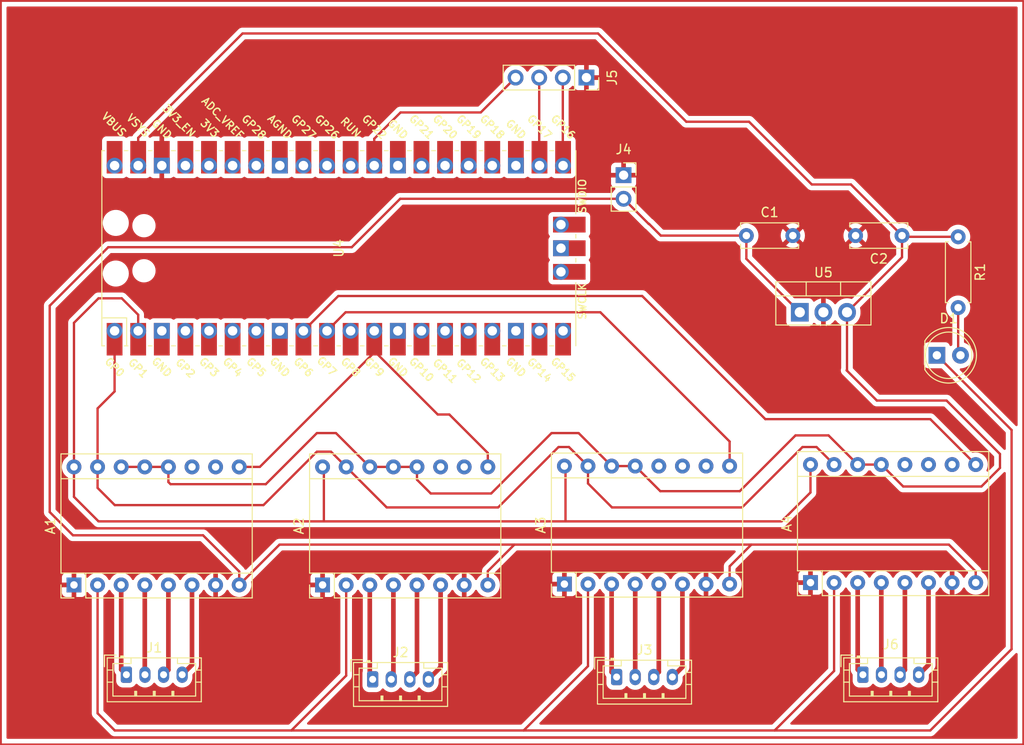
<source format=kicad_pcb>
(kicad_pcb (version 20240108) (generator "pcbnew") (generator_version "8.0")
  (layers (0 "F.Cu" signal) (31 "B.Cu" signal) (34 "B.Paste" user) (35 "F.Paste" user) (36 "B.SilkS" user "B.Silkscreen") (37 "F.SilkS" user "F.Silkscreen") (38 "B.Mask" user) (39 "F.Mask" user) (44 "Edge.Cuts" user))
  (net 0 "")
  (net 1 "GND")
  (net 2 "FLT")
  (net 3 "Net-(A1-A2)")
  (net 4 "Net-(A1-A1)")
  (net 5 "Net-(A1-B1)")
  (net 6 "Net-(A1-B2)")
  (net 7 "+12V")
  (net 8 "MOT_EN_X")
  (net 11 "+5V")
  (net 12 "MOT_ST")
  (net 13 "MOT_DIR")
  (net 14 "Net-(A2-A2)")
  (net 15 "Net-(A2-A1)")
  (net 16 "Net-(A2-B1)")
  (net 17 "Net-(A2-B2)")
  (net 20 "Net-(A3-A2)")
  (net 21 "Net-(A3-A1)")
  (net 22 "Net-(A3-B1)")
  (net 23 "Net-(A3-B2)")
  (net 24 "MOT_EN_Y")
  (net 28 "Net-(A4-A2)")
  (net 29 "Net-(A4-A1)")
  (net 30 "Net-(A4-B1)")
  (net 31 "Net-(A4-B2)")
  (net 32 "MOT_EN_Z")
  (net 36 "Net-(D1-A)")
  (net 37 "F_X")
  (net 38 "F_Y")
  (net 39 "F_Z")
  (net 41 "LCD_D7")
  (net 42 "LCD_D6")
  (net 43 "LCD_D5")
  (net 44 "LCD_D4")
  (net 46 "SD_MISO")
  (net 48 "SD_CLK")
  (net 49 "LCD_E")
  (net 50 "LCD_RS")
  (net 51 "SD_CS")
  (net 54 "SD_MOSI")
  (net 63 "Button")
  (net 67 "+3.3V")
  (footprint "Capacitor_THT:C_Disc_D6.0mm_W2.5mm_P5.00mm" (layer "F.Cu") (at 202.96 90)
    (property "Reference" "C1" (at 2.5 -2.5 0) (layer "F.SilkS"))
    (property "Value" "0.33u")
    (pad "1" thru_hole circle (at 0 0) (size 1.6 1.6) (drill 0.8) (layers "*.Cu" "*.Mask") (net 7 "+12V"))
    (pad "2" thru_hole circle (at 5 0) (size 1.6 1.6) (drill 0.8) (layers "*.Cu" "*.Mask") (net 1 "GND"))
  )
  (footprint "Connector_PinSocket_2.54mm:PinSocket_1x02_P2.54mm_Vertical" (layer "F.Cu") (at 189.75 83.5)
    (property "Reference" "J4" (at 0 -2.77 0) (layer "F.SilkS"))
    (property "Value" "Power")
    (pad "1" thru_hole rect (at 0 0) (size 1.7 1.7) (drill 1) (layers "*.Cu" "*.Mask") (net 1 "GND"))
    (pad "2" thru_hole oval (at 0 2.54) (size 1.7 1.7) (drill 1) (layers "*.Cu" "*.Mask") (net 7 "+12V"))
  )
  (footprint "Module:Pololu_Breakout-16_15.2x20.3mm" (layer "F.Cu") (at 183.38 127.5 90)
    (property "Reference" "A3" (at 6.35 -2.54 90) (layer "F.SilkS"))
    (property "Value" "Pololu_Breakout_DRV8825")
    (pad "1" thru_hole rect (at 0 0 90) (size 1.6 1.6) (drill 0.8) (layers "*.Cu" "*.Mask") (net 1 "GND"))
    (pad "2" thru_hole oval (at 0 2.54 90) (size 1.6 1.6) (drill 0.8) (layers "*.Cu" "*.Mask") (net 2 "FLT"))
    (pad "3" thru_hole oval (at 0 5.08 90) (size 1.6 1.6) (drill 0.8) (layers "*.Cu" "*.Mask") (net 20 "Net-(A3-A2)"))
    (pad "4" thru_hole oval (at 0 7.62 90) (size 1.6 1.6) (drill 0.8) (layers "*.Cu" "*.Mask") (net 21 "Net-(A3-A1)"))
    (pad "5" thru_hole oval (at 0 10.16 90) (size 1.6 1.6) (drill 0.8) (layers "*.Cu" "*.Mask") (net 22 "Net-(A3-B1)"))
    (pad "6" thru_hole oval (at 0 12.7 90) (size 1.6 1.6) (drill 0.8) (layers "*.Cu" "*.Mask") (net 23 "Net-(A3-B2)"))
    (pad "7" thru_hole oval (at 0 15.24 90) (size 1.6 1.6) (drill 0.8) (layers "*.Cu" "*.Mask") (net 1 "GND"))
    (pad "8" thru_hole oval (at 0 17.78 90) (size 1.6 1.6) (drill 0.8) (layers "*.Cu" "*.Mask") (net 7 "+12V"))
    (pad "9" thru_hole oval (at 12.7 17.78 90) (size 1.6 1.6) (drill 0.8) (layers "*.Cu" "*.Mask") (net 24 "MOT_EN_Y"))
    (pad "10" thru_hole oval (at 12.7 15.24 90) (size 1.6 1.6) (drill 0.8) (layers "*.Cu" "*.Mask"))
    (pad "11" thru_hole oval (at 12.7 12.7 90) (size 1.6 1.6) (drill 0.8) (layers "*.Cu" "*.Mask"))
    (pad "12" thru_hole oval (at 12.7 10.16 90) (size 1.6 1.6) (drill 0.8) (layers "*.Cu" "*.Mask"))
    (pad "13" thru_hole oval (at 12.7 7.62 90) (size 1.6 1.6) (drill 0.8) (layers "*.Cu" "*.Mask") (net 11 "+5V"))
    (pad "14" thru_hole oval (at 12.7 5.08 90) (size 1.6 1.6) (drill 0.8) (layers "*.Cu" "*.Mask") (net 11 "+5V"))
    (pad "15" thru_hole oval (at 12.7 2.54 90) (size 1.6 1.6) (drill 0.8) (layers "*.Cu" "*.Mask") (net 12 "MOT_ST"))
    (pad "16" thru_hole oval (at 12.7 0 90) (size 1.6 1.6) (drill 0.8) (layers "*.Cu" "*.Mask") (net 13 "MOT_DIR"))
  )
  (footprint "Module:Pololu_Breakout-16_15.2x20.3mm" (layer "F.Cu") (at 209.86 127.34 90)
    (property "Reference" "A4" (at 6.35 -2.54 90) (layer "F.SilkS"))
    (property "Value" "Pololu_Breakout_DRV8825")
    (pad "1" thru_hole rect (at 0 0 90) (size 1.6 1.6) (drill 0.8) (layers "*.Cu" "*.Mask") (net 1 "GND"))
    (pad "2" thru_hole oval (at 0 2.54 90) (size 1.6 1.6) (drill 0.8) (layers "*.Cu" "*.Mask") (net 2 "FLT"))
    (pad "3" thru_hole oval (at 0 5.08 90) (size 1.6 1.6) (drill 0.8) (layers "*.Cu" "*.Mask") (net 28 "Net-(A4-A2)"))
    (pad "4" thru_hole oval (at 0 7.62 90) (size 1.6 1.6) (drill 0.8) (layers "*.Cu" "*.Mask") (net 29 "Net-(A4-A1)"))
    (pad "5" thru_hole oval (at 0 10.16 90) (size 1.6 1.6) (drill 0.8) (layers "*.Cu" "*.Mask") (net 30 "Net-(A4-B1)"))
    (pad "6" thru_hole oval (at 0 12.7 90) (size 1.6 1.6) (drill 0.8) (layers "*.Cu" "*.Mask") (net 31 "Net-(A4-B2)"))
    (pad "7" thru_hole oval (at 0 15.24 90) (size 1.6 1.6) (drill 0.8) (layers "*.Cu" "*.Mask") (net 1 "GND"))
    (pad "8" thru_hole oval (at 0 17.78 90) (size 1.6 1.6) (drill 0.8) (layers "*.Cu" "*.Mask") (net 7 "+12V"))
    (pad "9" thru_hole oval (at 12.7 17.78 90) (size 1.6 1.6) (drill 0.8) (layers "*.Cu" "*.Mask") (net 32 "MOT_EN_Z"))
    (pad "10" thru_hole oval (at 12.7 15.24 90) (size 1.6 1.6) (drill 0.8) (layers "*.Cu" "*.Mask"))
    (pad "11" thru_hole oval (at 12.7 12.7 90) (size 1.6 1.6) (drill 0.8) (layers "*.Cu" "*.Mask"))
    (pad "12" thru_hole oval (at 12.7 10.16 90) (size 1.6 1.6) (drill 0.8) (layers "*.Cu" "*.Mask"))
    (pad "13" thru_hole oval (at 12.7 7.62 90) (size 1.6 1.6) (drill 0.8) (layers "*.Cu" "*.Mask") (net 11 "+5V"))
    (pad "14" thru_hole oval (at 12.7 5.08 90) (size 1.6 1.6) (drill 0.8) (layers "*.Cu" "*.Mask") (net 11 "+5V"))
    (pad "15" thru_hole oval (at 12.7 2.54 90) (size 1.6 1.6) (drill 0.8) (layers "*.Cu" "*.Mask") (net 12 "MOT_ST"))
    (pad "16" thru_hole oval (at 12.7 0 90) (size 1.6 1.6) (drill 0.8) (layers "*.Cu" "*.Mask") (net 13 "MOT_DIR"))
  )
  (footprint "Module:Pololu_Breakout-16_15.2x20.3mm" (layer "F.Cu") (at 130.61 127.59 90)
    (property "Reference" "A1" (at 6.35 -2.54 90) (layer "F.SilkS"))
    (property "Value" "Pololu_Breakout_DRV8825")
    (pad "1" thru_hole rect (at 0 0 90) (size 1.6 1.6) (drill 0.8) (layers "*.Cu" "*.Mask") (net 1 "GND"))
    (pad "2" thru_hole oval (at 0 2.54 90) (size 1.6 1.6) (drill 0.8) (layers "*.Cu" "*.Mask") (net 2 "FLT"))
    (pad "3" thru_hole oval (at 0 5.08 90) (size 1.6 1.6) (drill 0.8) (layers "*.Cu" "*.Mask") (net 3 "Net-(A1-A2)"))
    (pad "4" thru_hole oval (at 0 7.62 90) (size 1.6 1.6) (drill 0.8) (layers "*.Cu" "*.Mask") (net 4 "Net-(A1-A1)"))
    (pad "5" thru_hole oval (at 0 10.16 90) (size 1.6 1.6) (drill 0.8) (layers "*.Cu" "*.Mask") (net 5 "Net-(A1-B1)"))
    (pad "6" thru_hole oval (at 0 12.7 90) (size 1.6 1.6) (drill 0.8) (layers "*.Cu" "*.Mask") (net 6 "Net-(A1-B2)"))
    (pad "7" thru_hole oval (at 0 15.24 90) (size 1.6 1.6) (drill 0.8) (layers "*.Cu" "*.Mask") (net 1 "GND"))
    (pad "8" thru_hole oval (at 0 17.78 90) (size 1.6 1.6) (drill 0.8) (layers "*.Cu" "*.Mask") (net 7 "+12V"))
    (pad "9" thru_hole oval (at 12.7 17.78 90) (size 1.6 1.6) (drill 0.8) (layers "*.Cu" "*.Mask") (net 8 "MOT_EN_X"))
    (pad "10" thru_hole oval (at 12.7 15.24 90) (size 1.6 1.6) (drill 0.8) (layers "*.Cu" "*.Mask"))
    (pad "11" thru_hole oval (at 12.7 12.7 90) (size 1.6 1.6) (drill 0.8) (layers "*.Cu" "*.Mask"))
    (pad "12" thru_hole oval (at 12.7 10.16 90) (size 1.6 1.6) (drill 0.8) (layers "*.Cu" "*.Mask") (net 11 "+5V"))
    (pad "13" thru_hole oval (at 12.7 7.62 90) (size 1.6 1.6) (drill 0.8) (layers "*.Cu" "*.Mask") (net 11 "+5V"))
    (pad "14" thru_hole oval (at 12.7 5.08 90) (size 1.6 1.6) (drill 0.8) (layers "*.Cu" "*.Mask") (net 11 "+5V"))
    (pad "15" thru_hole oval (at 12.7 2.54 90) (size 1.6 1.6) (drill 0.8) (layers "*.Cu" "*.Mask") (net 12 "MOT_ST"))
    (pad "16" thru_hole oval (at 12.7 0 90) (size 1.6 1.6) (drill 0.8) (layers "*.Cu" "*.Mask") (net 13 "MOT_DIR"))
  )
  (footprint "Connector_PinSocket_2.54mm:PinSocket_1x04_P2.54mm_Vertical" (layer "F.Cu") (at 185.75 73 -90)
    (property "Reference" "J5" (at 0 -2.77 90) (layer "F.SilkS"))
    (property "Value" "FinalSock")
    (pad "1" thru_hole rect (at 0 0 270) (size 1.7 1.7) (drill 1) (layers "*.Cu" "*.Mask") (net 1 "GND"))
    (pad "2" thru_hole oval (at 0 2.54 270) (size 1.7 1.7) (drill 1) (layers "*.Cu" "*.Mask") (net 37 "F_X"))
    (pad "3" thru_hole oval (at 0 5.08 270) (size 1.7 1.7) (drill 1) (layers "*.Cu" "*.Mask") (net 38 "F_Y"))
    (pad "4" thru_hole oval (at 0 7.62 270) (size 1.7 1.7) (drill 1) (layers "*.Cu" "*.Mask") (net 39 "F_Z"))
  )
  (footprint "Connector_JST:JST_PH_B4B-PH-K_1x04_P2.00mm_Vertical" (layer "F.Cu") (at 162.75 137.75)
    (property "Reference" "J2" (at 3 -2.9 0) (layer "F.SilkS"))
    (property "Value" "MOT_X_SOCK_1")
    (pad "1" thru_hole roundrect (at 0 0) (size 1.2 1.75) (drill 0.75) (layers "*.Cu" "*.Mask") (roundrect_rratio 0.2083333333) (net 14 "Net-(A2-A2)"))
    (pad "2" thru_hole oval (at 2 0) (size 1.2 1.75) (drill 0.75) (layers "*.Cu" "*.Mask") (net 15 "Net-(A2-A1)"))
    (pad "3" thru_hole oval (at 4 0) (size 1.2 1.75) (drill 0.75) (layers "*.Cu" "*.Mask") (net 16 "Net-(A2-B1)"))
    (pad "4" thru_hole oval (at 6 0) (size 1.2 1.75) (drill 0.75) (layers "*.Cu" "*.Mask") (net 17 "Net-(A2-B2)"))
  )
  (footprint "LED_THT:LED_D5.0mm" (layer "F.Cu") (at 223.46 102.88)
    (property "Reference" "D1" (at 1.27 -3.96 0) (layer "F.SilkS"))
    (property "Value" "LED")
    (pad "1" thru_hole rect (at 0 0) (size 1.8 1.8) (drill 0.9) (layers "*.Cu" "*.Mask") (net 2 "FLT"))
    (pad "2" thru_hole circle (at 2.54 0) (size 1.8 1.8) (drill 0.9) (layers "*.Cu" "*.Mask") (net 36 "Net-(D1-A)"))
  )
  (footprint "Connector_JST:JST_PH_B4B-PH-K_1x04_P2.00mm_Vertical" (layer "F.Cu") (at 215.5 137.25)
    (property "Reference" "J6" (at 3 -3.25 0) (layer "F.SilkS"))
    (property "Value" "MOT_Z_SOCK")
    (pad "1" thru_hole roundrect (at 0 0) (size 1.2 1.75) (drill 0.75) (layers "*.Cu" "*.Mask") (roundrect_rratio 0.2083333333) (net 28 "Net-(A4-A2)"))
    (pad "2" thru_hole oval (at 2 0) (size 1.2 1.75) (drill 0.75) (layers "*.Cu" "*.Mask") (net 29 "Net-(A4-A1)"))
    (pad "3" thru_hole oval (at 4 0) (size 1.2 1.75) (drill 0.75) (layers "*.Cu" "*.Mask") (net 30 "Net-(A4-B1)"))
    (pad "4" thru_hole oval (at 6 0) (size 1.2 1.75) (drill 0.75) (layers "*.Cu" "*.Mask") (net 31 "Net-(A4-B2)"))
  )
  (footprint "MCU_RaspberryPi_and_Boards:RPi_Pico_SMD_TH" (layer "F.Cu") (at 159.11 91.36 90)
    (property "Reference" "U4" (at 0 0 90) (layer "F.SilkS"))
    (property "Value" "Pico")
    (fp_text user "GP22" (at 13.054 3.81 135) (layer "F.SilkS") (effects (font (size 0.8 0.8))))
    (fp_text user "GP6" (at -12.8 -3.81 135) (layer "F.SilkS") (effects (font (size 0.8 0.8))))
    (fp_text user "GP11" (at -13.2 11.43 135) (layer "F.SilkS") (effects (font (size 0.8 0.8))))
    (fp_text user "SWCLK" (at -5.7 26.2 90) (layer "F.SilkS") (effects (font (size 0.8 0.8))))
    (fp_text user "GP10" (at -13.054 8.89 135) (layer "F.SilkS") (effects (font (size 0.8 0.8))))
    (fp_text user "GP12" (at -13.2 13.97 135) (layer "F.SilkS") (effects (font (size 0.8 0.8))))
    (fp_text user "GP0" (at -12.8 -24.13 135) (layer "F.SilkS") (effects (font (size 0.8 0.8))))
    (fp_text user "GP9" (at -12.8 3.81 135) (layer "F.SilkS") (effects (font (size 0.8 0.8))))
    (fp_text user "GP14" (at -13.1 21.59 135) (layer "F.SilkS") (effects (font (size 0.8 0.8))))
    (fp_text user "GP20" (at 13.054 11.43 135) (layer "F.SilkS") (effects (font (size 0.8 0.8))))
    (fp_text user "GND" (at -12.8 -6.35 135) (layer "F.SilkS") (effects (font (size 0.8 0.8))))
    (fp_text user "GP7" (at -12.7 -1.3 135) (layer "F.SilkS") (effects (font (size 0.8 0.8))))
    (fp_text user "VBUS" (at 13.3 -24.2 135) (layer "F.SilkS") (effects (font (size 0.8 0.8))))
    (fp_text user "GND" (at -12.8 6.35 135) (layer "F.SilkS") (effects (font (size 0.8 0.8))))
    (fp_text user "RUN" (at 13 1.27 135) (layer "F.SilkS") (effects (font (size 0.8 0.8))))
    (fp_text user "GND" (at 12.8 -19.05 135) (layer "F.SilkS") (effects (font (size 0.8 0.8))))
    (fp_text user "GP17" (at 13.054 21.59 135) (layer "F.SilkS") (effects (font (size 0.8 0.8))))
    (fp_text user "GP27" (at 13.054 -3.8 135) (layer "F.SilkS") (effects (font (size 0.8 0.8))))
    (fp_text user "GP26" (at 13.054 -1.27 135) (layer "F.SilkS") (effects (font (size 0.8 0.8))))
    (fp_text user "GND" (at -12.8 -19.05 135) (layer "F.SilkS") (effects (font (size 0.8 0.8))))
    (fp_text user "SWDIO" (at 5.6 26.2 90) (layer "F.SilkS") (effects (font (size 0.8 0.8))))
    (fp_text user "GND" (at 12.8 6.35 135) (layer "F.SilkS") (effects (font (size 0.8 0.8))))
    (fp_text user "GP4" (at -12.8 -11.43 135) (layer "F.SilkS") (effects (font (size 0.8 0.8))))
    (fp_text user "GP21" (at 13.054 8.9 135) (layer "F.SilkS") (effects (font (size 0.8 0.8))))
    (fp_text user "GP3" (at -12.8 -13.97 135) (layer "F.SilkS") (effects (font (size 0.8 0.8))))
    (fp_text user "3V3" (at 12.9 -13.9 135) (layer "F.SilkS") (effects (font (size 0.8 0.8))))
    (fp_text user "VSYS" (at 13.2 -21.59 135) (layer "F.SilkS") (effects (font (size 0.8 0.8))))
    (fp_text user "GND" (at 12.8 19.05 135) (layer "F.SilkS") (effects (font (size 0.8 0.8))))
    (fp_text user "GP8" (at -12.8 1.27 135) (layer "F.SilkS") (effects (font (size 0.8 0.8))))
    (fp_text user "GP15" (at -13.054 24.13 135) (layer "F.SilkS") (effects (font (size 0.8 0.8))))
    (fp_text user "GP16" (at 13.054 24.13 135) (layer "F.SilkS") (effects (font (size 0.8 0.8))))
    (fp_text user "AGND" (at 13.054 -6.35 135) (layer "F.SilkS") (effects (font (size 0.8 0.8))))
    (fp_text user "GP5" (at -12.8 -8.89 135) (layer "F.SilkS") (effects (font (size 0.8 0.8))))
    (fp_text user "GP18" (at 13.054 16.51 135) (layer "F.SilkS") (effects (font (size 0.8 0.8))))
    (fp_text user "3V3_EN" (at 13.7 -17.2 135) (layer "F.SilkS") (effects (font (size 0.8 0.8))))
    (fp_text user "GND" (at -12.8 19.05 135) (layer "F.SilkS") (effects (font (size 0.8 0.8))))
    (fp_text user "ADC_VREF" (at 14 -12.5 135) (layer "F.SilkS") (effects (font (size 0.8 0.8))))
    (fp_text user "GP19" (at 13.054 13.97 135) (layer "F.SilkS") (effects (font (size 0.8 0.8))))
    (fp_text user "GP2" (at -12.9 -16.51 135) (layer "F.SilkS") (effects (font (size 0.8 0.8))))
    (fp_text user "GP28" (at 13.054 -9.144 135) (layer "F.SilkS") (effects (font (size 0.8 0.8))))
    (fp_text user "GP1" (at -12.9 -21.6 135) (layer "F.SilkS") (effects (font (size 0.8 0.8))))
    (fp_text user "GP13" (at -13.054 16.51 135) (layer "F.SilkS") (effects (font (size 0.8 0.8))))
    (pad "" np_thru_hole oval (at -2.725 -24 90) (size 1.8 1.8) (drill 1.8) (layers "*.Cu" "*.Mask"))
    (pad "" np_thru_hole oval (at -2.425 -20.97 90) (size 1.5 1.5) (drill 1.5) (layers "*.Cu" "*.Mask"))
    (pad "" np_thru_hole oval (at 2.425 -20.97 90) (size 1.5 1.5) (drill 1.5) (layers "*.Cu" "*.Mask"))
    (pad "" np_thru_hole oval (at 2.725 -24 90) (size 1.8 1.8) (drill 1.8) (layers "*.Cu" "*.Mask"))
    (pad "1" thru_hole oval (at -8.89 -24.13 90) (size 1.7 1.7) (drill 1.02) (layers "*.Cu" "*.Mask") (net 12 "MOT_ST"))
    (pad "1" smd rect (at -8.89 -24.13 90) (size 3.5 1.7) (drill (offset -0.9 0)) (layers "F.Cu" "F.Mask") (net 12 "MOT_ST"))
    (pad "2" thru_hole oval (at -8.89 -21.59 90) (size 1.7 1.7) (drill 1.02) (layers "*.Cu" "*.Mask") (net 13 "MOT_DIR"))
    (pad "2" smd rect (at -8.89 -21.59 90) (size 3.5 1.7) (drill (offset -0.9 0)) (layers "F.Cu" "F.Mask") (net 13 "MOT_DIR"))
    (pad "3" thru_hole rect (at -8.89 -19.05 90) (size 1.7 1.7) (drill 1.02) (layers "*.Cu" "*.Mask"))
    (pad "3" smd rect (at -8.89 -19.05 90) (size 3.5 1.7) (drill (offset -0.9 0)) (layers "F.Cu" "F.Mask"))
    (pad "4" thru_hole oval (at -8.89 -16.51 90) (size 1.7 1.7) (drill 1.02) (layers "*.Cu" "*.Mask") (net 41 "LCD_D7"))
    (pad "4" smd rect (at -8.89 -16.51 90) (size 3.5 1.7) (drill (offset -0.9 0)) (layers "F.Cu" "F.Mask") (net 41 "LCD_D7"))
    (pad "5" thru_hole oval (at -8.89 -13.97 90) (size 1.7 1.7) (drill 1.02) (layers "*.Cu" "*.Mask") (net 42 "LCD_D6"))
    (pad "5" smd rect (at -8.89 -13.97 90) (size 3.5 1.7) (drill (offset -0.9 0)) (layers "F.Cu" "F.Mask") (net 42 "LCD_D6"))
    (pad "6" thru_hole oval (at -8.89 -11.43 90) (size 1.7 1.7) (drill 1.02) (layers "*.Cu" "*.Mask") (net 43 "LCD_D5"))
    (pad "6" smd rect (at -8.89 -11.43 90) (size 3.5 1.7) (drill (offset -0.9 0)) (layers "F.Cu" "F.Mask") (net 43 "LCD_D5"))
    (pad "7" thru_hole oval (at -8.89 -8.89 90) (size 1.7 1.7) (drill 1.02) (layers "*.Cu" "*.Mask") (net 44 "LCD_D4"))
    (pad "7" smd rect (at -8.89 -8.89 90) (size 3.5 1.7) (drill (offset -0.9 0)) (layers "F.Cu" "F.Mask") (net 44 "LCD_D4"))
    (pad "8" thru_hole rect (at -8.89 -6.35 90) (size 1.7 1.7) (drill 1.02) (layers "*.Cu" "*.Mask"))
    (pad "8" smd rect (at -8.89 -6.35 90) (size 3.5 1.7) (drill (offset -0.9 0)) (layers "F.Cu" "F.Mask"))
    (pad "9" thru_hole oval (at -8.89 -3.81 90) (size 1.7 1.7) (drill 1.02) (layers "*.Cu" "*.Mask") (net 32 "MOT_EN_Z"))
    (pad "9" smd rect (at -8.89 -3.81 90) (size 3.5 1.7) (drill (offset -0.9 0)) (layers "F.Cu" "F.Mask") (net 32 "MOT_EN_Z"))
    (pad "10" thru_hole oval (at -8.89 -1.27 90) (size 1.7 1.7) (drill 1.02) (layers "*.Cu" "*.Mask") (net 24 "MOT_EN_Y"))
    (pad "10" smd rect (at -8.89 -1.27 90) (size 3.5 1.7) (drill (offset -0.9 0)) (layers "F.Cu" "F.Mask") (net 24 "MOT_EN_Y"))
    (pad "11" thru_hole oval (at -8.89 1.27 90) (size 1.7 1.7) (drill 1.02) (layers "*.Cu" "*.Mask") (net 46 "SD_MISO"))
    (pad "11" smd rect (at -8.89 1.27 90) (size 3.5 1.7) (drill (offset -0.9 0)) (layers "F.Cu" "F.Mask") (net 46 "SD_MISO"))
    (pad "12" thru_hole oval (at -8.89 3.81 90) (size 1.7 1.7) (drill 1.02) (layers "*.Cu" "*.Mask") (net 8 "MOT_EN_X"))
    (pad "12" smd rect (at -8.89 3.81 90) (size 3.5 1.7) (drill (offset -0.9 0)) (layers "F.Cu" "F.Mask") (net 8 "MOT_EN_X"))
    (pad "13" thru_hole rect (at -8.89 6.35 90) (size 1.7 1.7) (drill 1.02) (layers "*.Cu" "*.Mask"))
    (pad "13" smd rect (at -8.89 6.35 90) (size 3.5 1.7) (drill (offset -0.9 0)) (layers "F.Cu" "F.Mask"))
    (pad "14" thru_hole oval (at -8.89 8.89 90) (size 1.7 1.7) (drill 1.02) (layers "*.Cu" "*.Mask") (net 48 "SD_CLK"))
    (pad "14" smd rect (at -8.89 8.89 90) (size 3.5 1.7) (drill (offset -0.9 0)) (layers "F.Cu" "F.Mask") (net 48 "SD_CLK"))
    (pad "15" thru_hole oval (at -8.89 11.43 90) (size 1.7 1.7) (drill 1.02) (layers "*.Cu" "*.Mask") (net 49 "LCD_E"))
    (pad "15" smd rect (at -8.89 11.43 90) (size 3.5 1.7) (drill (offset -0.9 0)) (layers "F.Cu" "F.Mask") (net 49 "LCD_E"))
    (pad "16" thru_hole oval (at -8.89 13.97 90) (size 1.7 1.7) (drill 1.02) (layers "*.Cu" "*.Mask") (net 50 "LCD_RS"))
    (pad "16" smd rect (at -8.89 13.97 90) (size 3.5 1.7) (drill (offset -0.9 0)) (layers "F.Cu" "F.Mask") (net 50 "LCD_RS"))
    (pad "17" thru_hole oval (at -8.89 16.51 90) (size 1.7 1.7) (drill 1.02) (layers "*.Cu" "*.Mask") (net 51 "SD_CS"))
    (pad "17" smd rect (at -8.89 16.51 90) (size 3.5 1.7) (drill (offset -0.9 0)) (layers "F.Cu" "F.Mask") (net 51 "SD_CS"))
    (pad "18" thru_hole rect (at -8.89 19.05 90) (size 1.7 1.7) (drill 1.02) (layers "*.Cu" "*.Mask"))
    (pad "18" smd rect (at -8.89 19.05 90) (size 3.5 1.7) (drill (offset -0.9 0)) (layers "F.Cu" "F.Mask"))
    (pad "19" thru_hole oval (at -8.89 21.59 90) (size 1.7 1.7) (drill 1.02) (layers "*.Cu" "*.Mask"))
    (pad "19" smd rect (at -8.89 21.59 90) (size 3.5 1.7) (drill (offset -0.9 0)) (layers "F.Cu" "F.Mask"))
    (pad "20" thru_hole oval (at -8.89 24.13 90) (size 1.7 1.7) (drill 1.02) (layers "*.Cu" "*.Mask") (net 54 "SD_MOSI"))
    (pad "20" smd rect (at -8.89 24.13 90) (size 3.5 1.7) (drill (offset -0.9 0)) (layers "F.Cu" "F.Mask") (net 54 "SD_MOSI"))
    (pad "21" thru_hole oval (at 8.89 24.13 90) (size 1.7 1.7) (drill 1.02) (layers "*.Cu" "*.Mask") (net 37 "F_X"))
    (pad "21" smd rect (at 8.89 24.13 90) (size 3.5 1.7) (drill (offset 0.9 0)) (layers "F.Cu" "F.Mask") (net 37 "F_X"))
    (pad "22" thru_hole oval (at 8.89 21.59 90) (size 1.7 1.7) (drill 1.02) (layers "*.Cu" "*.Mask") (net 38 "F_Y"))
    (pad "22" smd rect (at 8.89 21.59 90) (size 3.5 1.7) (drill (offset 0.9 0)) (layers "F.Cu" "F.Mask") (net 38 "F_Y"))
    (pad "23" thru_hole rect (at 8.89 19.05 90) (size 1.7 1.7) (drill 1.02) (layers "*.Cu" "*.Mask"))
    (pad "23" smd rect (at 8.89 19.05 90) (size 3.5 1.7) (drill (offset 0.9 0)) (layers "F.Cu" "F.Mask"))
    (pad "24" thru_hole oval (at 8.89 16.51 90) (size 1.7 1.7) (drill 1.02) (layers "*.Cu" "*.Mask"))
    (pad "24" smd rect (at 8.89 16.51 90) (size 3.5 1.7) (drill (offset 0.9 0)) (layers "F.Cu" "F.Mask"))
    (pad "25" thru_hole oval (at 8.89 13.97 90) (size 1.7 1.7) (drill 1.02) (layers "*.Cu" "*.Mask"))
    (pad "25" smd rect (at 8.89 13.97 90) (size 3.5 1.7) (drill (offset 0.9 0)) (layers "F.Cu" "F.Mask"))
    (pad "26" thru_hole oval (at 8.89 11.43 90) (size 1.7 1.7) (drill 1.02) (layers "*.Cu" "*.Mask"))
    (pad "26" smd rect (at 8.89 11.43 90) (size 3.5 1.7) (drill (offset 0.9 0)) (layers "F.Cu" "F.Mask"))
    (pad "27" thru_hole oval (at 8.89 8.89 90) (size 1.7 1.7) (drill 1.02) (layers "*.Cu" "*.Mask"))
    (pad "27" smd rect (at 8.89 8.89 90) (size 3.5 1.7) (drill (offset 0.9 0)) (layers "F.Cu" "F.Mask"))
    (pad "28" thru_hole rect (at 8.89 6.35 90) (size 1.7 1.7) (drill 1.02) (layers "*.Cu" "*.Mask"))
    (pad "28" smd rect (at 8.89 6.35 90) (size 3.5 1.7) (drill (offset 0.9 0)) (layers "F.Cu" "F.Mask"))
    (pad "29" thru_hole oval (at 8.89 3.81 90) (size 1.7 1.7) (drill 1.02) (layers "*.Cu" "*.Mask") (net 39 "F_Z"))
    (pad "29" smd rect (at 8.89 3.81 90) (size 3.5 1.7) (drill (offset 0.9 0)) (layers "F.Cu" "F.Mask") (net 39 "F_Z"))
    (pad "30" thru_hole oval (at 8.89 1.27 90) (size 1.7 1.7) (drill 1.02) (layers "*.Cu" "*.Mask"))
    (pad "30" smd rect (at 8.89 1.27 90) (size 3.5 1.7) (drill (offset 0.9 0)) (layers "F.Cu" "F.Mask"))
    (pad "31" thru_hole oval (at 8.89 -1.27 90) (size 1.7 1.7) (drill 1.02) (layers "*.Cu" "*.Mask"))
    (pad "31" smd rect (at 8.89 -1.27 90) (size 3.5 1.7) (drill (offset 0.9 0)) (layers "F.Cu" "F.Mask"))
    (pad "32" thru_hole oval (at 8.89 -3.81 90) (size 1.7 1.7) (drill 1.02) (layers "*.Cu" "*.Mask") (net 63 "Button"))
    (pad "32" smd rect (at 8.89 -3.81 90) (size 3.5 1.7) (drill (offset 0.9 0)) (layers "F.Cu" "F.Mask") (net 63 "Button"))
    (pad "33" thru_hole rect (at 8.89 -6.35 90) (size 1.7 1.7) (drill 1.02) (layers "*.Cu" "*.Mask"))
    (pad "33" smd rect (at 8.89 -6.35 90) (size 3.5 1.7) (drill (offset 0.9 0)) (layers "F.Cu" "F.Mask"))
    (pad "34" thru_hole oval (at 8.89 -8.89 90) (size 1.7 1.7) (drill 1.02) (layers "*.Cu" "*.Mask"))
    (pad "34" smd rect (at 8.89 -8.89 90) (size 3.5 1.7) (drill (offset 0.9 0)) (layers "F.Cu" "F.Mask"))
    (pad "35" thru_hole oval (at 8.89 -11.43 90) (size 1.7 1.7) (drill 1.02) (layers "*.Cu" "*.Mask"))
    (pad "35" smd rect (at 8.89 -11.43 90) (size 3.5 1.7) (drill (offset 0.9 0)) (layers "F.Cu" "F.Mask"))
    (pad "36" thru_hole oval (at 8.89 -13.97 90) (size 1.7 1.7) (drill 1.02) (layers "*.Cu" "*.Mask") (net 67 "+3.3V"))
    (pad "36" smd rect (at 8.89 -13.97 90) (size 3.5 1.7) (drill (offset 0.9 0)) (layers "F.Cu" "F.Mask") (net 67 "+3.3V"))
    (pad "37" thru_hole oval (at 8.89 -16.51 90) (size 1.7 1.7) (drill 1.02) (layers "*.Cu" "*.Mask"))
    (pad "37" smd rect (at 8.89 -16.51 90) (size 3.5 1.7) (drill (offset 0.9 0)) (layers "F.Cu" "F.Mask"))
    (pad "38" thru_hole rect (at 8.89 -19.05 90) (size 1.7 1.7) (drill 1.02) (layers "*.Cu" "*.Mask") (net 1 "GND"))
    (pad "38" smd rect (at 8.89 -19.05 90) (size 3.5 1.7) (drill (offset 0.9 0)) (layers "F.Cu" "F.Mask") (net 1 "GND"))
    (pad "39" thru_hole oval (at 8.89 -21.59 90) (size 1.7 1.7) (drill 1.02) (layers "*.Cu" "*.Mask") (net 11 "+5V"))
    (pad "39" smd rect (at 8.89 -21.59 90) (size 3.5 1.7) (drill (offset 0.9 0)) (layers "F.Cu" "F.Mask") (net 11 "+5V"))
    (pad "40" thru_hole oval (at 8.89 -24.13 90) (size 1.7 1.7) (drill 1.02) (layers "*.Cu" "*.Mask"))
    (pad "40" smd rect (at 8.89 -24.13 90) (size 3.5 1.7) (drill (offset 0.9 0)) (layers "F.Cu" "F.Mask"))
    (pad "41" thru_hole oval (at -2.54 23.9 90) (size 1.7 1.7) (drill 1.02) (layers "*.Cu" "*.Mask"))
    (pad "41" smd rect (at -2.54 23.9 180) (size 3.5 1.7) (drill (offset -0.9 0)) (layers "F.Cu" "F.Mask"))
    (pad "42" thru_hole rect (at 0 23.9 90) (size 1.7 1.7) (drill 1.02) (layers "*.Cu" "*.Mask"))
    (pad "42" smd rect (at 0 23.9 180) (size 3.5 1.7) (drill (offset -0.9 0)) (layers "F.Cu" "F.Mask"))
    (pad "43" thru_hole oval (at 2.54 23.9 90) (size 1.7 1.7) (drill 1.02) (layers "*.Cu" "*.Mask"))
    (pad "43" smd rect (at 2.54 23.9 180) (size 3.5 1.7) (drill (offset -0.9 0)) (layers "F.Cu" "F.Mask"))
  )
  (footprint "Package_TO_SOT_THT:TO-220-3_Vertical" (layer "F.Cu") (at 208.71 98.25)
    (property "Reference" "U5" (at 2.54 -4.27 0) (layer "F.SilkS"))
    (property "Value" "LM7805_TO220")
    (pad "1" thru_hole rect (at 0 0) (size 1.905 2) (drill 1.1) (layers "*.Cu" "*.Mask") (net 7 "+12V"))
    (pad "2" thru_hole oval (at 2.54 0) (size 1.905 2) (drill 1.1) (layers "*.Cu" "*.Mask") (net 1 "GND"))
    (pad "3" thru_hole oval (at 5.08 0) (size 1.905 2) (drill 1.1) (layers "*.Cu" "*.Mask") (net 11 "+5V"))
  )
  (footprint "Module:Pololu_Breakout-16_15.2x20.3mm" (layer "F.Cu") (at 157.36 127.59 90)
    (property "Reference" "A2" (at 6.35 -2.54 90) (layer "F.SilkS"))
    (property "Value" "Pololu_Breakout_DRV8825")
    (pad "1" thru_hole rect (at 0 0 90) (size 1.6 1.6) (drill 0.8) (layers "*.Cu" "*.Mask") (net 1 "GND"))
    (pad "2" thru_hole oval (at 0 2.54 90) (size 1.6 1.6) (drill 0.8) (layers "*.Cu" "*.Mask") (net 2 "FLT"))
    (pad "3" thru_hole oval (at 0 5.08 90) (size 1.6 1.6) (drill 0.8) (layers "*.Cu" "*.Mask") (net 14 "Net-(A2-A2)"))
    (pad "4" thru_hole oval (at 0 7.62 90) (size 1.6 1.6) (drill 0.8) (layers "*.Cu" "*.Mask") (net 15 "Net-(A2-A1)"))
    (pad "5" thru_hole oval (at 0 10.16 90) (size 1.6 1.6) (drill 0.8) (layers "*.Cu" "*.Mask") (net 16 "Net-(A2-B1)"))
    (pad "6" thru_hole oval (at 0 12.7 90) (size 1.6 1.6) (drill 0.8) (layers "*.Cu" "*.Mask") (net 17 "Net-(A2-B2)"))
    (pad "7" thru_hole oval (at 0 15.24 90) (size 1.6 1.6) (drill 0.8) (layers "*.Cu" "*.Mask") (net 1 "GND"))
    (pad "8" thru_hole oval (at 0 17.78 90) (size 1.6 1.6) (drill 0.8) (layers "*.Cu" "*.Mask") (net 7 "+12V"))
    (pad "9" thru_hole oval (at 12.7 17.78 90) (size 1.6 1.6) (drill 0.8) (layers "*.Cu" "*.Mask") (net 8 "MOT_EN_X"))
    (pad "10" thru_hole oval (at 12.7 15.24 90) (size 1.6 1.6) (drill 0.8) (layers "*.Cu" "*.Mask"))
    (pad "11" thru_hole oval (at 12.7 12.7 90) (size 1.6 1.6) (drill 0.8) (layers "*.Cu" "*.Mask"))
    (pad "12" thru_hole oval (at 12.7 10.16 90) (size 1.6 1.6) (drill 0.8) (layers "*.Cu" "*.Mask") (net 11 "+5V"))
    (pad "13" thru_hole oval (at 12.7 7.62 90) (size 1.6 1.6) (drill 0.8) (layers "*.Cu" "*.Mask") (net 11 "+5V"))
    (pad "14" thru_hole oval (at 12.7 5.08 90) (size 1.6 1.6) (drill 0.8) (layers "*.Cu" "*.Mask") (net 11 "+5V"))
    (pad "15" thru_hole oval (at 12.7 2.54 90) (size 1.6 1.6) (drill 0.8) (layers "*.Cu" "*.Mask") (net 12 "MOT_ST"))
    (pad "16" thru_hole oval (at 12.7 0 90) (size 1.6 1.6) (drill 0.8) (layers "*.Cu" "*.Mask") (net 13 "MOT_DIR"))
  )
  (footprint "Capacitor_THT:C_Disc_D6.0mm_W2.5mm_P5.00mm" (layer "F.Cu") (at 219.71 90 180)
    (property "Reference" "C2" (at 2.5 -2.5 0) (layer "F.SilkS"))
    (property "Value" "0.1u")
    (pad "1" thru_hole circle (at 0 0 180) (size 1.6 1.6) (drill 0.8) (layers "*.Cu" "*.Mask") (net 11 "+5V"))
    (pad "2" thru_hole circle (at 5 0 180) (size 1.6 1.6) (drill 0.8) (layers "*.Cu" "*.Mask") (net 1 "GND"))
  )
  (footprint "Connector_JST:JST_PH_B4B-PH-K_1x04_P2.00mm_Vertical" (layer "F.Cu") (at 189 137.5)
    (property "Reference" "J3" (at 3 -2.9 0) (layer "F.SilkS"))
    (property "Value" "MOT_Y_SOCK")
    (pad "1" thru_hole roundrect (at 0 0) (size 1.2 1.75) (drill 0.75) (layers "*.Cu" "*.Mask") (roundrect_rratio 0.2083333333) (net 20 "Net-(A3-A2)"))
    (pad "2" thru_hole oval (at 2 0) (size 1.2 1.75) (drill 0.75) (layers "*.Cu" "*.Mask") (net 21 "Net-(A3-A1)"))
    (pad "3" thru_hole oval (at 4 0) (size 1.2 1.75) (drill 0.75) (layers "*.Cu" "*.Mask") (net 22 "Net-(A3-B1)"))
    (pad "4" thru_hole oval (at 6 0) (size 1.2 1.75) (drill 0.75) (layers "*.Cu" "*.Mask") (net 23 "Net-(A3-B2)"))
  )
  (footprint "Connector_JST:JST_PH_B4B-PH-K_1x04_P2.00mm_Vertical" (layer "F.Cu") (at 136.25 137.25)
    (property "Reference" "J1" (at 3 -2.9 0) (layer "F.SilkS"))
    (property "Value" "MOT_X_SOCK_2")
    (pad "1" thru_hole roundrect (at 0 0) (size 1.2 1.75) (drill 0.75) (layers "*.Cu" "*.Mask") (roundrect_rratio 0.2083333333) (net 3 "Net-(A1-A2)"))
    (pad "2" thru_hole oval (at 2 0) (size 1.2 1.75) (drill 0.75) (layers "*.Cu" "*.Mask") (net 4 "Net-(A1-A1)"))
    (pad "3" thru_hole oval (at 4 0) (size 1.2 1.75) (drill 0.75) (layers "*.Cu" "*.Mask") (net 5 "Net-(A1-B1)"))
    (pad "4" thru_hole oval (at 6 0) (size 1.2 1.75) (drill 0.75) (layers "*.Cu" "*.Mask") (net 6 "Net-(A1-B2)"))
  )
  (footprint "Resistor_THT:R_Axial_DIN0207_L6.3mm_D2.5mm_P7.62mm_Horizontal" (layer "F.Cu") (at 225.75 90.13 -90)
    (property "Reference" "R1" (at 3.81 -2.37 90) (layer "F.SilkS"))
    (property "Value" "1k")
    (pad "1" thru_hole circle (at 0 0 270) (size 1.6 1.6) (drill 0.8) (layers "*.Cu" "*.Mask") (net 11 "+5V"))
    (pad "2" thru_hole oval (at 7.62 0 270) (size 1.6 1.6) (drill 0.8) (layers "*.Cu" "*.Mask") (net 36 "Net-(D1-A)"))
  )
  (gr_rect (start 122.75 64.75) (end 232.75 144.75) (stroke (width 0.2)) (fill none) (layer "F.Cu"))
  (segment (start 140.06 82.47) (end 140.06 80.86) (width 0.25) (layer "F.Cu") (net 1))
  (segment (start 185.75 72) (end 185.75 73) (width 0.25) (layer "F.Cu") (net 1))
  (segment (start 145.85 127.59) (end 145.85 128.85) (width 0.25) (layer "F.Cu") (net 1))
  (segment (start 133.15 127.59) (end 133.15 141.4) (width 0.25) (layer "F.Cu") (net 2))
  (segment (start 231.5 134.5) (end 231.5 110.92) (width 0.25) (layer "F.Cu") (net 2))
  (segment (start 179 143.25) (end 206 143.25) (width 0.25) (layer "F.Cu") (net 2))
  (segment (start 133.15 141.4) (end 135 143.25) (width 0.25) (layer "F.Cu") (net 2))
  (segment (start 159.9 137.35) (end 154 143.25) (width 0.25) (layer "F.Cu") (net 2))
  (segment (start 231.5 110.92) (end 223.46 102.88) (width 0.25) (layer "F.Cu") (net 2))
  (segment (start 212.4 127.34) (end 212.4 136.85) (width 0.25) (layer "F.Cu") (net 2))
  (segment (start 135 143.25) (end 154 143.25) (width 0.25) (layer "F.Cu") (net 2))
  (segment (start 185.92 127.5) (end 185.92 136.33) (width 0.25) (layer "F.Cu") (net 2))
  (segment (start 154 143.25) (end 179 143.25) (width 0.25) (layer "F.Cu") (net 2))
  (segment (start 222.75 143.25) (end 231.5 134.5) (width 0.25) (layer "F.Cu") (net 2))
  (segment (start 212.4 136.85) (end 206 143.25) (width 0.25) (layer "F.Cu") (net 2))
  (segment (start 206 143.25) (end 222.75 143.25) (width 0.25) (layer "F.Cu") (net 2))
  (segment (start 185.92 136.33) (end 179 143.25) (width 0.25) (layer "F.Cu") (net 2))
  (segment (start 159.9 127.59) (end 159.9 137.35) (width 0.25) (layer "F.Cu") (net 2))
  (segment (start 135.69 136.69) (end 136.25 137.25) (width 0.5) (layer "F.Cu") (net 3))
  (segment (start 135.69 127.59) (end 135.69 136.69) (width 0.5) (layer "F.Cu") (net 3))
  (segment (start 138.23 137.23) (end 138.25 137.25) (width 0.5) (layer "F.Cu") (net 4))
  (segment (start 138.23 127.59) (end 138.23 137.23) (width 0.5) (layer "F.Cu") (net 4))
  (segment (start 140.77 127.59) (end 140.77 136.73) (width 0.5) (layer "F.Cu") (net 5))
  (segment (start 140.77 136.73) (end 140.25 137.25) (width 0.5) (layer "F.Cu") (net 5))
  (segment (start 143.31 136.19) (end 142.25 137.25) (width 0.5) (layer "F.Cu") (net 6))
  (segment (start 143.31 127.59) (end 143.31 136.19) (width 0.5) (layer "F.Cu") (net 6))
  (segment (start 134.298122 91.25) (end 160.5 91.25) (width 0.25) (layer "F.Cu") (net 7))
  (segment (start 130.5 122.25) (end 128 119.75) (width 0.25) (layer "F.Cu") (net 7))
  (segment (start 193.75 90) (end 202.96 90) (width 0.25) (layer "F.Cu") (net 7))
  (segment (start 202.96 92.5) (end 208.71 98.25) (width 0.25) (layer "F.Cu") (net 7))
  (segment (start 148.39 127.59) (end 148.39 126.14) (width 0.25) (layer "F.Cu") (net 7))
  (segment (start 128 119.75) (end 128 97.548122) (width 0.25) (layer "F.Cu") (net 7))
  (segment (start 203.5 123.25) (end 178 123.25) (width 0.25) (layer "F.Cu") (net 7))
  (segment (start 128 97.548122) (end 134.298122 91.25) (width 0.25) (layer "F.Cu") (net 7))
  (segment (start 152.73 123.25) (end 148.39 127.59) (width 0.25) (layer "F.Cu") (net 7))
  (segment (start 227.64 126.14) (end 224.75 123.25) (width 0.25) (layer "F.Cu") (net 7))
  (segment (start 175.14 126.11) (end 178 123.25) (width 0.25) (layer "F.Cu") (net 7))
  (segment (start 227.64 127.34) (end 227.64 126.14) (width 0.25) (layer "F.Cu") (net 7))
  (segment (start 192.46 88.75) (end 192.5 88.75) (width 0.25) (layer "F.Cu") (net 7))
  (segment (start 148.39 126.14) (end 144.5 122.25) (width 0.25) (layer "F.Cu") (net 7))
  (segment (start 144.5 122.25) (end 130.5 122.25) (width 0.25) (layer "F.Cu") (net 7))
  (segment (start 189.75 86.04) (end 192.46 88.75) (width 0.25) (layer "F.Cu") (net 7))
  (segment (start 201.16 127.5) (end 201.16 125.59) (width 0.25) (layer "F.Cu") (net 7))
  (segment (start 201.16 125.59) (end 203.5 123.25) (width 0.25) (layer "F.Cu") (net 7))
  (segment (start 202.96 90) (end 202.96 92.5) (width 0.25) (layer "F.Cu") (net 7))
  (segment (start 165.71 86.04) (end 189.75 86.04) (width 0.25) (layer "F.Cu") (net 7))
  (segment (start 192.5 88.75) (end 193.75 90) (width 0.25) (layer "F.Cu") (net 7))
  (segment (start 175.14 127.59) (end 175.14 126.11) (width 0.25) (layer "F.Cu") (net 7))
  (segment (start 178 123.25) (end 152.73 123.25) (width 0.25) (layer "F.Cu") (net 7))
  (segment (start 160.5 91.25) (end 165.71 86.04) (width 0.25) (layer "F.Cu") (net 7))
  (segment (start 224.75 123.25) (end 203.5 123.25) (width 0.25) (layer "F.Cu") (net 7))
  (segment (start 148.39 114.89) (end 150.61 114.89) (width 0.25) (layer "F.Cu") (net 8))
  (segment (start 162.92 100.25) (end 162.92 102.42) (width 0.25) (layer "F.Cu") (net 8))
  (segment (start 169.75 109.25) (end 171 109.25) (width 0.25) (layer "F.Cu") (net 8))
  (segment (start 150.61 114.89) (end 162.92 102.58) (width 0.25) (layer "F.Cu") (net 8))
  (segment (start 175.14 113.39) (end 175.14 114.89) (width 0.25) (layer "F.Cu") (net 8))
  (segment (start 171 109.25) (end 175.14 113.39) (width 0.25) (layer "F.Cu") (net 8))
  (segment (start 162.92 102.58) (end 162.92 100.25) (width 0.25) (layer "F.Cu") (net 8))
  (segment (start 162.92 102.42) (end 169.75 109.25) (width 0.25) (layer "F.Cu") (net 8))
  (segment (start 167.52 116.27) (end 169 117.75) (width 0.25) (layer "F.Cu") (net 11))
  (segment (start 140.77 116.52) (end 141 116.75) (width 0.25) (layer "F.Cu") (net 11))
  (segment (start 219.84 90.13) (end 219.71 90) (width 0.25) (layer "F.Cu") (net 11))
  (segment (start 211.8 111.5) (end 214.94 114.64) (width 0.25) (layer "F.Cu") (net 11))
  (segment (start 228.25 117) (end 230.25 115) (width 0.25) (layer "F.Cu") (net 11))
  (segment (start 219.71 92.33) (end 213.79 98.25) (width 0.25) (layer "F.Cu") (net 11))
  (segment (start 202.25 117.5) (end 208.25 111.5) (width 0.25) (layer "F.Cu") (net 11))
  (segment (start 225.75 90.13) (end 219.84 90.13) (width 0.25) (layer "F.Cu") (net 11))
  (segment (start 213.75 104.5) (end 213.79 104.46) (width 0.25) (layer "F.Cu") (net 11))
  (segment (start 214.21 84.5) (end 219.71 90) (width 0.25) (layer "F.Cu") (net 11))
  (segment (start 140.77 114.89) (end 138.23 114.89) (width 0.25) (layer "F.Cu") (net 11))
  (segment (start 140.77 114.89) (end 140.77 116.52) (width 0.25) (layer "F.Cu") (net 11))
  (segment (start 213.79 104.46) (end 213.79 98.25) (width 0.25) (layer "F.Cu") (net 11))
  (segment (start 203.25 77.75) (end 210 84.5) (width 0.25) (layer "F.Cu") (net 11))
  (segment (start 137.52 79.48) (end 148.75 68.25) (width 0.25) (layer "F.Cu") (net 11))
  (segment (start 167.52 114.89) (end 164.98 114.89) (width 0.25) (layer "F.Cu") (net 11))
  (segment (start 224.5 107.75) (end 217 107.75) (width 0.25) (layer "F.Cu") (net 11))
  (segment (start 141 116.75) (end 151.25 116.75) (width 0.25) (layer "F.Cu") (net 11))
  (segment (start 169 117.75) (end 175.5 117.75) (width 0.25) (layer "F.Cu") (net 11))
  (segment (start 182 111.25) (end 184.91 111.25) (width 0.25) (layer "F.Cu") (net 11))
  (segment (start 135.69 114.89) (end 138.23 114.89) (width 0.25) (layer "F.Cu") (net 11))
  (segment (start 208.25 111.5) (end 211.8 111.5) (width 0.25) (layer "F.Cu") (net 11))
  (segment (start 148.75 68.25) (end 187 68.25) (width 0.25) (layer "F.Cu") (net 11))
  (segment (start 217 107.75) (end 213.75 104.5) (width 0.25) (layer "F.Cu") (net 11))
  (segment (start 137.52 82.47) (end 137.52 79.48) (width 0.25) (layer "F.Cu") (net 11))
  (segment (start 219.71 90) (end 219.71 92.33) (width 0.25) (layer "F.Cu") (net 11))
  (segment (start 158.8 111.25) (end 162.44 114.89) (width 0.25) (layer "F.Cu") (net 11))
  (segment (start 188.46 114.8) (end 191 114.8) (width 0.25) (layer "F.Cu") (net 11))
  (segment (start 184.91 111.25) (end 188.46 114.8) (width 0.25) (layer "F.Cu") (net 11))
  (segment (start 196.5 77.75) (end 203.25 77.75) (width 0.25) (layer "F.Cu") (net 11))
  (segment (start 230.25 113.5) (end 224.5 107.75) (width 0.25) (layer "F.Cu") (net 11))
  (segment (start 156.75 111.25) (end 158.8 111.25) (width 0.25) (layer "F.Cu") (net 11))
  (segment (start 193.7 117.5) (end 202.25 117.5) (width 0.25) (layer "F.Cu") (net 11))
  (segment (start 219.84 117) (end 228.25 117) (width 0.25) (layer "F.Cu") (net 11))
  (segment (start 151.25 116.75) (end 156.75 111.25) (width 0.25) (layer "F.Cu") (net 11))
  (segment (start 162.44 114.89) (end 164.98 114.89) (width 0.25) (layer "F.Cu") (net 11))
  (segment (start 187 68.25) (end 196.5 77.75) (width 0.25) (layer "F.Cu") (net 11))
  (segment (start 214.94 114.64) (end 217.48 114.64) (width 0.25) (layer "F.Cu") (net 11))
  (segment (start 230.25 115) (end 230.25 113.5) (width 0.25) (layer "F.Cu") (net 11))
  (segment (start 210 84.5) (end 214.21 84.5) (width 0.25) (layer "F.Cu") (net 11))
  (segment (start 175.5 117.75) (end 182 111.25) (width 0.25) (layer "F.Cu") (net 11))
  (segment (start 217.48 114.64) (end 219.84 117) (width 0.25) (layer "F.Cu") (net 11))
  (segment (start 167.52 114.89) (end 167.52 116.27) (width 0.25) (layer "F.Cu") (net 11))
  (segment (start 191 114.8) (end 193.7 117.5) (width 0.25) (layer "F.Cu") (net 11))
  (segment (start 133.15 117.15) (end 135 119) (width 0.25) (layer "F.Cu") (net 12))
  (segment (start 135 119) (end 151 119) (width 0.25) (layer "F.Cu") (net 12))
  (segment (start 134.98 106.77) (end 133.15 108.6) (width 0.25) (layer "F.Cu") (net 12))
  (segment (start 133.15 108.6) (end 133.15 114.89) (width 0.25) (layer "F.Cu") (net 12))
  (segment (start 183.87 112.75) (end 185.92 114.8) (width 0.25) (layer "F.Cu") (net 12))
  (segment (start 158.26 113.25) (end 159.9 114.89) (width 0.25) (layer "F.Cu") (net 12))
  (segment (start 134.98 100.25) (end 134.98 106.77) (width 0.25) (layer "F.Cu") (net 12))
  (segment (start 185.92 116.67) (end 188.5 119.25) (width 0.25) (layer "F.Cu") (net 12))
  (segment (start 209 112.75) (end 210.51 112.75) (width 0.25) (layer "F.Cu") (net 12))
  (segment (start 156.75 113.25) (end 158.26 113.25) (width 0.25) (layer "F.Cu") (net 12))
  (segment (start 182.75 112.75) (end 183.87 112.75) (width 0.25) (layer "F.Cu") (net 12))
  (segment (start 185.92 114.8) (end 185.92 116.67) (width 0.25) (layer "F.Cu") (net 12))
  (segment (start 164.26 119.25) (end 176.25 119.25) (width 0.25) (layer "F.Cu") (net 12))
  (segment (start 133.15 114.89) (end 133.15 117.15) (width 0.25) (layer "F.Cu") (net 12))
  (segment (start 159.9 114.89) (end 164.26 119.25) (width 0.25) (layer "F.Cu") (net 12))
  (segment (start 202.5 119.25) (end 209 112.75) (width 0.25) (layer "F.Cu") (net 12))
  (segment (start 176.25 119.25) (end 182.75 112.75) (width 0.25) (layer "F.Cu") (net 12))
  (segment (start 188.5 119.25) (end 202.5 119.25) (width 0.25) (layer "F.Cu") (net 12))
  (segment (start 210.51 112.75) (end 212.4 114.64) (width 0.25) (layer "F.Cu") (net 12))
  (segment (start 151 119) (end 156.75 113.25) (width 0.25) (layer "F.Cu") (net 12))
  (segment (start 137.52 98.52) (end 137.52 100.25) (width 0.25) (layer "F.Cu") (net 13))
  (segment (start 135.75 96.75) (end 137.52 98.52) (width 0.25) (layer "F.Cu") (net 13))
  (segment (start 130.61 114.89) (end 130.61 118.11) (width 0.25) (layer "F.Cu") (net 13))
  (segment (start 157.36 114.89) (end 157.5 115.03) (width 0.25) (layer "F.Cu") (net 13))
  (segment (start 130.61 114.89) (end 130.61 99.39) (width 0.25) (layer "F.Cu") (net 13))
  (segment (start 183.5 114.92) (end 183.38 114.8) (width 0.25) (layer "F.Cu") (net 13))
  (segment (start 183.5 120.75) (end 183.5 114.92) (width 0.25) (layer "F.Cu") (net 13))
  (segment (start 209.86 117.64) (end 209.86 114.64) (width 0.25) (layer "F.Cu") (net 13))
  (segment (start 183.5 120.75) (end 206.75 120.75) (width 0.25) (layer "F.Cu") (net 13))
  (segment (start 157.5 120.75) (end 183.5 120.75) (width 0.25) (layer "F.Cu") (net 13))
  (segment (start 133.25 96.75) (end 135.75 96.75) (width 0.25) (layer "F.Cu") (net 13))
  (segment (start 133.25 120.75) (end 157.5 120.75) (width 0.25) (layer "F.Cu") (net 13))
  (segment (start 130.61 118.11) (end 133.25 120.75) (width 0.25) (layer "F.Cu") (net 13))
  (segment (start 130.61 99.39) (end 133.25 96.75) (width 0.25) (layer "F.Cu") (net 13))
  (segment (start 157.5 115.03) (end 157.5 120.75) (width 0.25) (layer "F.Cu") (net 13))
  (segment (start 206.75 120.75) (end 209.86 117.64) (width 0.25) (layer "F.Cu") (net 13))
  (segment (start 162.44 127.59) (end 162.44 137.44) (width 0.5) (layer "F.Cu") (net 14))
  (segment (start 162.44 137.44) (end 162.75 137.75) (width 0.5) (layer "F.Cu") (net 14))
  (segment (start 164.98 127.59) (end 164.98 137.52) (width 0.5) (layer "F.Cu") (net 15))
  (segment (start 164.98 137.52) (end 164.75 137.75) (width 0.5) (layer "F.Cu") (net 15))
  (segment (start 167.52 127.59) (end 167.52 136.98) (width 0.5) (layer "F.Cu") (net 16))
  (segment (start 167.52 136.98) (end 166.75 137.75) (width 0.5) (layer "F.Cu") (net 16))
  (segment (start 170.06 127.59) (end 170.06 136.44) (width 0.5) (layer "F.Cu") (net 17))
  (segment (start 170.06 136.44) (end 168.75 137.75) (width 0.5) (layer "F.Cu") (net 17))
  (segment (start 188.46 136.96) (end 189 137.5) (width 0.5) (layer "F.Cu") (net 20))
  (segment (start 188.46 127.5) (end 188.46 136.96) (width 0.5) (layer "F.Cu") (net 20))
  (segment (start 191 127.5) (end 191 137.5) (width 0.5) (layer "F.Cu") (net 21))
  (segment (start 193.54 136.96) (end 193 137.5) (width 0.5) (layer "F.Cu") (net 22))
  (segment (start 193.54 127.5) (end 193.54 136.96) (width 0.5) (layer "F.Cu") (net 22))
  (segment (start 196.08 127.5) (end 196.08 136.42) (width 0.5) (layer "F.Cu") (net 23))
  (segment (start 196.08 136.42) (end 195 137.5) (width 0.5) (layer "F.Cu") (net 23))
  (segment (start 187.25 98.25) (end 201.16 112.16) (width 0.25) (layer "F.Cu") (net 24))
  (segment (start 159.84 98.25) (end 187.25 98.25) (width 0.25) (layer "F.Cu") (net 24))
  (segment (start 201.16 112.16) (end 201.16 114.8) (width 0.25) (layer "F.Cu") (net 24))
  (segment (start 157.84 100.25) (end 159.84 98.25) (width 0.25) (layer "F.Cu") (net 24))
  (segment (start 214.94 127.34) (end 214.94 136.69) (width 0.5) (layer "F.Cu") (net 28))
  (segment (start 214.94 136.69) (end 215.5 137.25) (width 0.5) (layer "F.Cu") (net 28))
  (segment (start 217.48 127.34) (end 217.48 137.23) (width 0.5) (layer "F.Cu") (net 29))
  (segment (start 217.48 137.23) (end 217.5 137.25) (width 0.5) (layer "F.Cu") (net 29))
  (segment (start 220.02 127.34) (end 220.02 136.73) (width 0.5) (layer "F.Cu") (net 30))
  (segment (start 220.02 136.73) (end 219.5 137.25) (width 0.5) (layer "F.Cu") (net 30))
  (segment (start 222.56 127.34) (end 222.56 136.19) (width 0.5) (layer "F.Cu") (net 31))
  (segment (start 222.56 136.19) (end 221.5 137.25) (width 0.5) (layer "F.Cu") (net 31))
  (segment (start 222.75 109.75) (end 227.64 114.64) (width 0.25) (layer "F.Cu") (net 32))
  (segment (start 155.3 100.25) (end 159.05 96.5) (width 0.25) (layer "F.Cu") (net 32))
  (segment (start 205 109.75) (end 222.75 109.75) (width 0.25) (layer "F.Cu") (net 32))
  (segment (start 191.75 96.5) (end 205 109.75) (width 0.25) (layer "F.Cu") (net 32))
  (segment (start 159.05 96.5) (end 191.75 96.5) (width 0.25) (layer "F.Cu") (net 32))
  (segment (start 225.75 97.75) (end 225.75 102.63) (width 0.25) (layer "F.Cu") (net 36))
  (segment (start 225.75 102.63) (end 226 102.88) (width 0.25) (layer "F.Cu") (net 36))
  (segment (start 183.21 82.44) (end 183.24 82.47) (width 0.25) (layer "F.Cu") (net 37))
  (segment (start 183.21 73) (end 183.21 82.44) (width 0.25) (layer "F.Cu") (net 37))
  (segment (start 180.67 73) (end 180.67 82.44) (width 0.25) (layer "F.Cu") (net 38))
  (segment (start 180.67 82.44) (end 180.7 82.47) (width 0.25) (layer "F.Cu") (net 38))
  (segment (start 162.92 79.58) (end 162.92 82.47) (width 0.25) (layer "F.Cu") (net 39))
  (segment (start 174.38 76.75) (end 165.75 76.75) (width 0.25) (layer "F.Cu") (net 39))
  (segment (start 165.75 76.75) (end 162.92 79.58) (width 0.25) (layer "F.Cu") (net 39))
  (segment (start 178.13 73) (end 174.38 76.75) (width 0.25) (layer "F.Cu") (net 39))
  (zone (net 1) (net_name "GND") (layer "F.Cu") (connect_pads (clearance 0.5)) (min_thickness 0.25) (fill yes (thermal_gap 0.5) (thermal_bridge_width 0.5))
    (polygon (pts (xy 232.75 64.75) (xy 122.75 64.75) (xy 122.75 144.75) (xy 232.75 144.75)))
  )
)
</source>
